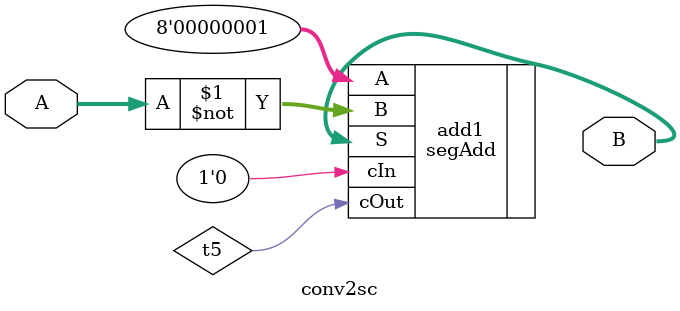
<source format=v>
`timescale 1ns / 1ps


module conv2sc(
    input [7:0] A,
    output [7:0] B
    );
    wire [7:0] TB;
    wire t5; 
    segAdd add1( .A({8'b00000001}), .B(~A), .cIn(1'b0), .S(B), .cOut(t5));
    
    // wire [7:0] C;
    //segAdd add1( .A({1'b0,1'b0,1'b0,1'b0,1'b0,1'b0,1'b0,1'b0}), .B(TB), .cIn(1'b1), .S(B), .cOut(t5));
    //assign B = C;
    
endmodule

</source>
